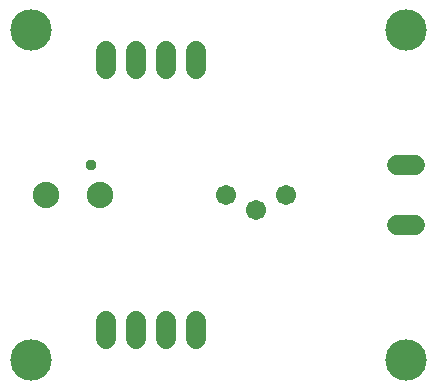
<source format=gbs>
G75*
%MOIN*%
%OFA0B0*%
%FSLAX25Y25*%
%IPPOS*%
%LPD*%
%AMOC8*
5,1,8,0,0,1.08239X$1,22.5*
%
%ADD10C,0.06800*%
%ADD11C,0.08800*%
%ADD12C,0.06706*%
%ADD13C,0.13792*%
%ADD14C,0.03778*%
D10*
X0082595Y0060933D02*
X0082595Y0066933D01*
X0092595Y0066933D02*
X0092595Y0060933D01*
X0102595Y0060933D02*
X0102595Y0066933D01*
X0112595Y0066933D02*
X0112595Y0060933D01*
X0179595Y0098933D02*
X0185595Y0098933D01*
X0185595Y0118933D02*
X0179595Y0118933D01*
X0112595Y0150933D02*
X0112595Y0156933D01*
X0102595Y0156933D02*
X0102595Y0150933D01*
X0092595Y0150933D02*
X0092595Y0156933D01*
X0082595Y0156933D02*
X0082595Y0150933D01*
D11*
X0080595Y0108933D03*
X0062595Y0108933D03*
D12*
X0122595Y0108933D03*
X0132595Y0103933D03*
X0142595Y0108933D03*
D13*
X0057595Y0053933D03*
X0057595Y0163933D03*
X0182595Y0163933D03*
X0182595Y0053933D03*
D14*
X0077595Y0118933D03*
M02*

</source>
